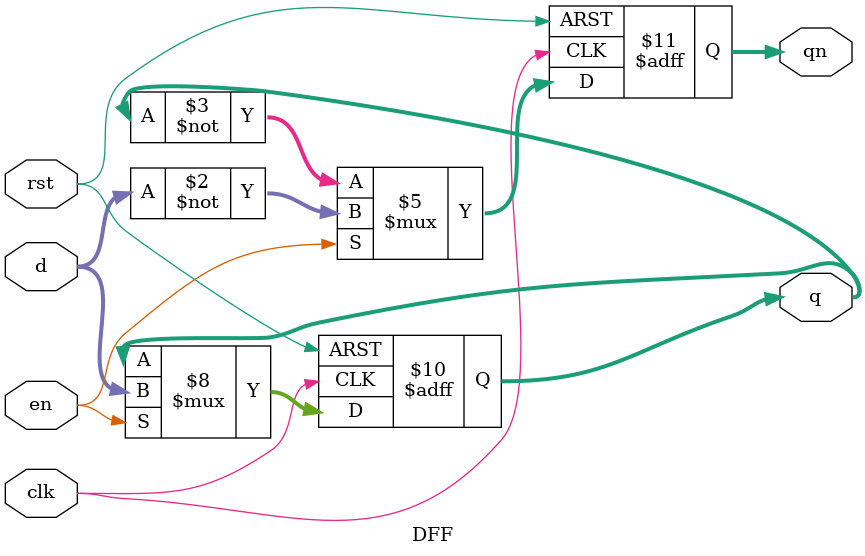
<source format=v>
module DFF (input clk, rst, en, input [4:0] d, output reg [4:0] q, qn);
always@(posedge clk or posedge rst) begin
    if(rst) begin 
        q <= 'b0;
        qn <= 5'b11111;
    end else if(en) begin q <= d; qn <= ~d; end
    else begin q <= q; qn <= ~ q; end
end 
endmodule

</source>
